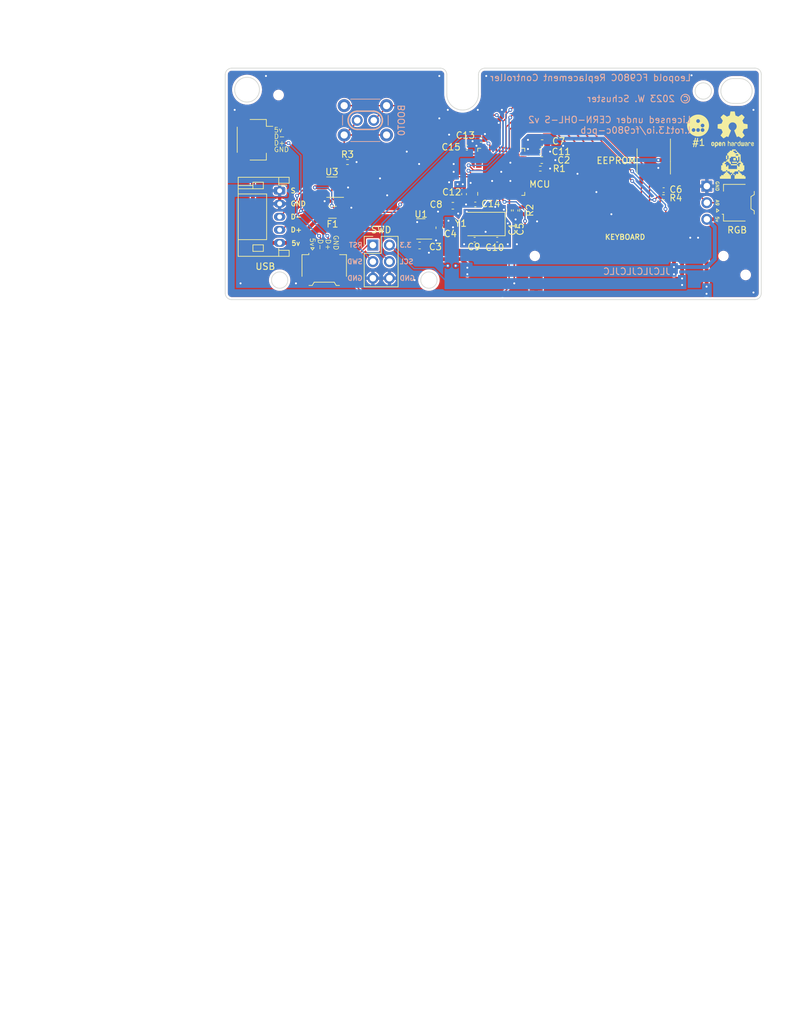
<source format=kicad_pcb>
(kicad_pcb (version 20211014) (generator pcbnew)
  (title_block (title "Leopold FC980C Replacement Controller") (rev "2") (company "Wilhelm Schuster") (comment 1 "Licensed under CERN-OHL-S V2"))
  (layers (0 "F.Cu" mixed) (31 "B.Cu" mixed) (34 "B.Paste" user) (35 "F.Paste" user) (36 "B.SilkS" user "B.Silkscreen") (37 "F.SilkS" user "F.Silkscreen") (38 "B.Mask" user) (39 "F.Mask" user) (44 "Edge.Cuts" user))
  (net 0 "")
  (net 1 "GND")
  (net 2 "VDDA")
  (net 3 "+5V")
  (net 4 "XTAL_IN")
  (net 5 "VBUS")
  (net 6 "~{RESET}")
  (net 7 "SWDIO")
  (net 8 "SWCLK")
  (net 9 "D_USB_P")
  (net 10 "D_USB_N")
  (net 11 "FG")
  (net 12 "KEY_HYS")
  (net 13 "KEY_STATE")
  (net 14 "I2C_SCL")
  (net 15 "I2C_SDA")
  (net 16 "COL_BIT3")
  (net 17 "COL_BIT2")
  (net 18 "COL_BIT1")
  (net 19 "COL_BIT0")
  (net 20 "ROW_BIT2")
  (net 21 "ROW_BIT1")
  (net 22 "ROW_BIT0")
  (net 23 "KEY_ENABLE")
  (net 24 "LED_NUM")
  (net 25 "LED_CAPS")
  (net 26 "LED_SCRL")
  (net 27 "D_P")
  (net 28 "BOOT0")
  (net 29 "D_N")
  (net 31 "XTAL_OUT")
  (net 43 "/BOOT1")
  (net 45 "/VCAP1")
  (net 46 "unconnected-(U2-Pad30)")
  (footprint "Symbol:OSHW-Logo2_7.3x6mm_SilkScreen" (layer "F.Cu") (at 152.6 44.9)
    (fp_text reference "LOGO1" hide)
    (fp_text value "Logo_Open_Hardware_Small" hide)
  )
  (footprint "Capacitor_SMD:C_0603_1608Metric" (layer "F.Cu") (at 109.675 56.6)
    (fp_text reference "C8")
    (fp_text value "1uF")
  )
  (footprint "Capacitor_SMD:C_0402_1005Metric" (layer "F.Cu") (at 113.02 61.8 180)
    (fp_text reference "C9")
    (fp_text value "20pF")
  )
  (footprint "additional:JLC_tooling_hole" (layer "F.Cu") (at 82.931 39.624)
    (fp_text reference "H2" hide)
    (fp_text value "JLC tooling hole")
  )
  (footprint "Capacitor_SMD:C_0603_1608Metric" (layer "F.Cu") (at 107.6 59.975 -90)
    (fp_text reference "C4")
    (fp_text value "1uF")
  )
  (footprint "Connector_PinHeader_2.54mm:PinHeader_1x03_P2.54mm_Vertical" (layer "F.Cu") (at 148.646 53.594)
    (fp_text reference "J6" hide)
    (fp_text value "PinHeader_1x03_P2.54mm_Vertical" hide)
  )
  (footprint "Resistor_SMD:R_0402_1005Metric" (layer "F.Cu") (at 93.51 49.9)
    (fp_text reference "R3")
    (fp_text value "10k")
  )
  (footprint "Crystal:Crystal_SMD_5032-2Pin_5.0x3.2mm" (layer "F.Cu") (at 114.65 59.4 180)
    (fp_text reference "Y1")
    (fp_text value "8MHz Cl 20pF")
  )
  (footprint "additional:JLC_tooling_hole" (layer "F.Cu") (at 154.6 67.2)
    (fp_text reference "H1" hide)
    (fp_text value "JLC tooling hole")
  )
  (footprint "Capacitor_SMD:C_0402_1005Metric" (layer "F.Cu") (at 113.98 46.5)
    (fp_text reference "C13")
    (fp_text value "100nF")
  )
  (footprint "Package_TO_SOT_SMD:SOT-23" (layer "F.Cu") (at 104.7625 60.15 180)
    (fp_text reference "U1")
    (fp_text value "XC6206P332MR")
  )
  (footprint "Connector_PinHeader_2.54mm:PinHeader_2x03_P2.54mm_Vertical" (layer "F.Cu") (at 97.404 62.626)
    (fp_text reference "SWD")
    (fp_text value "PinHeader_2x03_P2.54mm_Vertical")
  )
  (footprint "Capacitor_SMD:C_0402_1005Metric" (layer "F.Cu") (at 142.02 54.2 180)
    (fp_text reference "C6")
    (fp_text value "100nF")
  )
  (footprint "Connector_Molex:Molex_Pico-EZmate_78171-0004_1x04-1MP_P1.20mm_Vertical" (layer "F.Cu") (at 89.938 66.189)
    (fp_text reference "J1" hide)
    (fp_text value "Molex_Pico-EZmate_78171-0004_1x04-1MP_P1.20mm_Vertical" hide)
  )
  (footprint "Capacitor_SMD:C_0402_1005Metric" (layer "F.Cu") (at 118.3 57.32 -90)
    (fp_text reference "C1")
    (fp_text value "1uF")
  )
  (footprint "Connector_JST:JST_SH_SM04B-SRSS-TB_1x04-1MP_P1.00mm_Horizontal" (layer "F.Cu") (at 79.274 46.482 -90)
    (fp_text reference "J4" hide)
    (fp_text value "JST_SH_SM04B-SRSS-TB_1x04-1MP_P1.00mm_Horizontal" hide)
  )
  (footprint "Capacitor_SMD:C_0402_1005Metric" (layer "F.Cu") (at 111.4 54.82 -90)
    (fp_text reference "C12")
    (fp_text value "100nF")
  )
  (footprint "Capacitor_SMD:C_0603_1608Metric" (layer "F.Cu") (at 123.375 47)
    (fp_text reference "C7")
    (fp_text value "10uF")
  )
  (footprint "Capacitor_SMD:C_0402_1005Metric" (layer "F.Cu") (at 113.12 56.4 180)
    (fp_text reference "C14")
    (fp_text value "100nF")
  )
  (footprint "Resistor_SMD:R_0402_1005Metric" (layer "F.Cu") (at 120.3 57.31 -90)
    (fp_text reference "R2")
    (fp_text value "10k")
  )
  (footprint "Capacitor_SMD:C_0603_1608Metric" (layer "F.Cu") (at 104.575 62.7)
    (fp_text reference "C3")
    (fp_text value "1uF")
  )
  (footprint "Capacitor_SMD:C_0402_1005Metric" (layer "F.Cu") (at 116.48 61.8)
    (fp_text reference "C10")
    (fp_text value "20pF")
  )
  (footprint "Capacitor_SMD:C_0402_1005Metric" (layer "F.Cu") (at 119.3 57.32 -90)
    (fp_text reference "C5")
    (fp_text value "100nF")
  )
  (footprint "Fuse:Fuse_1206_3216Metric" (layer "F.Cu") (at 91.2 57.6 180)
    (fp_text reference "F1")
    (fp_text value "500mA")
  )
  (footprint "Connector_Molex:Molex_Pico-EZmate_78171-0003_1x03-1MP_P1.20mm_Vertical" (layer "F.Cu") (at 153.289 56.134 90)
    (fp_text reference "J5" hide)
    (fp_text value "Molex_Pico-EZmate_78171-0003_1x03-1MP_P1.20mm_Vertical" hide)
  )
  (footprint "Package_TO_SOT_SMD:SOT-23-6" (layer "F.Cu") (at 91.1125 53.75 180)
    (fp_text reference "U3")
    (fp_text value "USBLC6-2SC6")
  )
  (footprint "Capacitor_SMD:C_0402_1005Metric" (layer "F.Cu") (at 123.08 48.3)
    (fp_text reference "C11")
    (fp_text value "100nF")
  )
  (footprint "Connector_PinHeader_2.54mm:PinHeader_1x02_P2.54mm_Vertical" (layer "F.Cu") (at 95 43.5 90)
    (fp_text reference "SW1" hide)
    (fp_text value "PinHeader_1x02_P2.54mm_Vertical" hide)
  )
  (footprint "Capacitor_SMD:C_0603_1608Metric" (layer "F.Cu") (at 123.325 49.6)
    (fp_text reference "C2")
    (fp_text value "4.7uF")
  )
  (footprint "LOGO" (layer "F.Cu") (at 152.6 50.038)
    (fp_text reference "G***" hide)
    (fp_text value "LOGO" hide)
  )
  (footprint "Connector_JST:JST_PH_S5B-PH-K_1x05_P2.00mm_Horizontal" (layer "F.Cu") (at 83.1 54.293 -90)
    (fp_text reference "J2" hide)
    (fp_text value "USB")
  )
  (footprint "Package_SO:SOIC-8_3.9x4.9mm_P1.27mm" (layer "F.Cu") (at 140.5 49.8 -90)
    (fp_text reference "U4" hide)
    (fp_text value "M24C64-RMN6TP")
  )
  (footprint "additional:HRS_DF14_20P" (layer "F.Cu") (at 136.1 66.7 180)
    (fp_text reference "J3")
    (fp_text value "KEYBOARD")
  )
  (footprint "additional:logo" (layer "F.Cu") (at 147.3 44.3)
    (fp_text reference "G***" hide)
    (fp_text value "LOGO" hide)
  )
  (footprint "Resistor_SMD:R_0402_1005Metric" (layer "F.Cu") (at 123.09 50.9)
    (fp_text reference "R1")
    (fp_text value "10k")
  )
  (footprint "Resistor_SMD:R_0402_1005Metric" (layer "F.Cu") (at 141.99 55.3 180)
    (fp_text reference "R4")
    (fp_text value "10k")
  )
  (footprint "Package_DFN_QFN:QFN-48-1EP_7x7mm_P0.5mm_EP5.6x5.6mm" (layer "F.Cu") (at 117.1 51.4 90)
    (fp_text reference "U2" hide)
    (fp_text value "STM32F401CBUx")
  )
  (footprint "Capacitor_SMD:C_0402_1005Metric" (layer "F.Cu") (at 111.82 47.7 180)
    (fp_text reference "C15")
    (fp_text value "100nF")
  )
  (footprint "Button_Switch_THT:SW_PUSH_6mm" (layer "B.Cu") (at 99.5 41.25 180)
    (fp_text reference "SW1")
    (fp_text value "BOOT0")
  )
  (gr_circle (center 106 68) (end 107.25 68) (layer "Edge.Cuts") (width 0.1) (fill none))
  (gr_line (start 107.75 35.5) (end 75.75 35.5) (layer "Edge.Cuts") (width 0.1))
  (gr_arc (start 74.75 36.5) (mid 75.042894 35.792894) (end 75.75 35.5) (layer "Edge.Cuts") (width 0.1))
  (gr_circle (center 78.1 38.8) (end 80 38.8) (layer "Edge.Cuts") (width 0.1) (fill none))
  (gr_line (start 108.75 36.5) (end 108.75 39.5) (layer "Edge.Cuts") (width 0.1))
  (gr_line (start 75.75 71) (end 156 71) (layer "Edge.Cuts") (width 0.1))
  (gr_arc (start 156 35.5) (mid 156.720001 35.779999) (end 157 36.5) (layer "Edge.Cuts") (width 0.1))
  (gr_arc (start 157 70) (mid 156.707107 70.707107) (end 156 71) (layer "Edge.Cuts") (width 0.1))
  (gr_circle (center 83.1 68) (end 84.35 68) (layer "Edge.Cuts") (width 0.1) (fill none))
  (gr_line (start 153.7 40.9) (end 152.7 40.9) (layer "Edge.Cuts") (width 0.1))
  (gr_arc (start 75.75 71) (mid 75.042893 70.707107) (end 74.75 70) (layer "Edge.Cuts") (width 0.1))
  (gr_line (start 74.75 36.5) (end 74.75 70) (layer "Edge.Cuts") (width 0.1))
  (gr_arc (start 113.6 36.5) (mid 113.892893 35.792893) (end 114.6 35.5) (layer "Edge.Cuts") (width 0.1))
  (gr_arc (start 107.75 35.5) (mid 108.457107 35.792893) (end 108.75 36.5) (layer "Edge.Cuts") (width 0.1))
  (gr_line (start 152.7 37.1) (end 153.7 37.1) (layer "Edge.Cuts") (width 0.1))
  (gr_arc (start 152.7 40.9) (mid 150.8 39) (end 152.7 37.1) (layer "Edge.Cuts") (width 0.1))
  (gr_circle (center 148.1 39) (end 149.35 39) (layer "Edge.Cuts") (width 0.1) (fill none))
  (gr_arc (start 153.7 37.1) (mid 155.6 39) (end 153.7 40.9) (layer "Edge.Cuts") (width 0.1))
  (gr_line (start 114.6 35.5) (end 156 35.5) (layer "Edge.Cuts") (width 0.1))
  (gr_line (start 113.6 39.5) (end 113.6 36.5) (layer "Edge.Cuts") (width 0.1))
  (gr_arc (start 113.6 39.5) (mid 111.175 41.925) (end 108.75 39.5) (layer "Edge.Cuts") (width 0.1))
  (gr_line (start 157 70) (end 157 36.5) (layer "Edge.Cuts") (width 0.1))
  (gr_text "SCL" (at 101.433 65.166) (layer "B.SilkS") (effects (font (size 0.75 0.75)) (justify right mirror)))
  (gr_text "Leopold FC980C Replacement Controller\n\n© 2023 W. Schuster\n\nLicensed under CERN-OHL-S v2\nl.rot13.io/fc980c-pcb" (at 146.3 41) (layer "B.SilkS") (effects (font (size 1 1)) (justify left mirror)))
  (gr_text "3.3\n" (at 101.433 62.626) (layer "B.SilkS") (effects (font (size 0.75 0.75)) (justify right mirror)))
  (gr_text "RST\n" (at 95.9 62.626) (layer "B.SilkS") (effects (font (size 0.75 0.75)) (justify left mirror)))
  (gr_text "SWD" (at 95.9 65.166) (layer "B.SilkS") (effects (font (size 0.75 0.75)) (justify left mirror)))
  (gr_text "GND" (at 95.9 67.706) (layer "B.SilkS") (effects (font (size 0.75 0.75)) (justify left mirror)))
  (gr_text "JLCJLCJLCJLC" (at 143.129 66.675) (layer "B.SilkS") (effects (font (size 1 1)) (justify left mirror)))
  (gr_text "GND" (at 101.433 67.706) (layer "B.SilkS") (effects (font (size 0.75 0.75)) (justify right mirror)))
  (gr_text "#1" (at 147.4 46.9) (layer "F.SilkS") (effects (font (size 1 1))))
  (gr_text "5v" (at 84.836 62.356) (layer "F.SilkS") (effects (font (size 0.75 0.75)) (justify left)))
  (gr_text "D-" (at 89.338 63.468 270) (layer "F.SilkS") (effects (font (size 0.75 0.75) (thickness 0.1)) (justify right)))
  (gr_text "GND" (at 91.738 63.468 270) (layer "F.SilkS") (effects (font (size 0.75 0.75) (thickness 0.1)) (justify right)))
  (gr_text "D-" (at 84.709 58.293) (layer "F.SilkS") (effects (font (size 0.75 0.75)) (justify left)))
  (gr_text "GND" (at 82.169 47.982) (layer "F.SilkS") (effects (font (size 0.75 0.75) (thickness 0.1)) (justify left)))
  (gr_text "RGB" (at 153.289 60.325) (layer "F.SilkS") (effects (font (size 1 1))))
  (gr_text "5v" (at 82.169 44.982) (layer "F.SilkS") (effects (font (size 0.75 0.75) (thickness 0.1)) (justify left)))
  (gr_text "A9" (at 150.241 56.134 270) (layer "F.SilkS") (effects (font (size 0.5 0.5) (thickness 0.1))))
  (gr_text "5v" (at 150.241 58.674 270) (layer "F.SilkS") (effects (font (size 0.5 0.5) (thickness 0.1))))
  (gr_text "D+" (at 84.709 60.293) (layer "F.SilkS") (effects (font (size 0.75 0.75)) (justify left)))
  (gr_text "GND" (at 150.241 53.594 270) (layer "F.SilkS") (effects (font (size 0.5 0.5) (thickness 0.1))))
  (gr_text "5v" (at 88.138 61.468 270) (layer "F.SilkS") (effects (font (size 0.75 0.75) (thickness 0.1)) (justify left)))
  (gr_text "GND" (at 84.709 56.293) (layer "F.SilkS") (effects (font (size 0.75 0.75)) (justify left)))
  (gr_text "D-" (at 82.169 45.982) (layer "F.SilkS") (effects (font (size 0.75 0.75) (thickness 0.1)) (justify left)))
  (gr_text "S" (at 84.709 54.293) (layer "F.SilkS") (effects (font (size 0.75 0.75)) (justify left)))
  (gr_text "D+" (at 90.538 63.468 270) (layer "F.SilkS") (effects (font (size 0.75 0.75) (thickness 0.1)) (justify right)))
  (gr_text "D+" (at 82.169 46.982) (layer "F.SilkS") (effects (font (size 0.75 0.75) (thickness 0.1)) (justify left)))
  (segment (start 147.35 61.55) (end 147.3 61.5) (width 0.6) (layer "F.Cu") (net 1))
  (segment (start 115.7 51.4) (end 117.1 51.4) (width 0.25) (layer "F.Cu") (net 1))
  (segment (start 141.135 53.795) (end 141.54 54.2) (width 0.2) (layer "F.Cu") (net 1))
  (segment (start 117.1 51.4) (end 118.5 50) (width 0.25) (layer "F.Cu") (net 1))
  (segment (start 92.25 53.75) (end 93.55 53.75) (width 0.6) (layer "F.Cu") (net 1))
  (segment (start 115.7 51.4) (end 114.85 50.55) (width 0.25) (layer "F.Cu") (net 1))
  (segment (start 141.135 52.275) (end 141.135 53.795) (width 0.2) (layer "F.Cu") (net 1))
  (segment (start 103.9 65.8) (end 101.994 67.706) (width 0.25) (layer "F.Cu") (net 1))
  (segment (start 114.85 53.65) (end 113.6625 53.65) (width 0.25) (layer "F.Cu") (net 1))
  (segment (start 117.1 51.4) (end 117.85 52.15) (width 0.25) (layer "F.Cu") (net 1))
  (segment (start 146.1 63.2) (end 146.1 61.5) (width 0.6) (layer "F.Cu") (net 1))
  (segment (start 147.35 63.2) (end 147.35 61.55) (width 0.6) (layer "F.Cu") (net 1))
  (segment (start 117.85 52.15) (end 117.85 54.8375) (width 0.25) (layer "F.Cu") (net 1))
  (segment (start 108.9 65.8) (end 110.1 65.8) (width 0.25) (layer "F.Cu") (net 1))
  (segment (start 114.85 50.55) (end 114.85 47.9625) (width 0.25) (layer "F.Cu") (net 1))
  (segment (start 108.9 65.8) (end 103.9 65.8) (width 0.25) (layer "F.Cu") (net 1))
  (segment (start 115.7 52.8) (end 114.85 53.65) (width 0.25) (layer "F.Cu") (net 1))
  (segment (start 99.944 67.706) (end 97.404 67.706) (width 0.25) (layer "F.Cu") (net 1))
  (segment (start 115.7 52.8) (end 115.7 51.4) (width 0.25) (layer "F.Cu") (net 1))
  (segment (start 101.994 67.706) (end 99.944 67.706) (width 0.25) (layer "F.Cu") (net 1))
  (segment (start 119.35 49.15) (end 120.5375 49.15) (width 0.25) (layer "F.Cu") (net 1))
  (segment (start 93.55 53.75) (end 93.6 53.8) (width 0.6) (layer "F.Cu") (net 1))
  (segment (start 118.5 50) (end 119.35 49.15) (width 0.25) (layer "F.Cu") (net 1))
  (via (at 102.6 48.3) (size 0.6) (drill 0.3) (layers "F.Cu" "B.Cu") (net 1))
  (via (at 98.5 52.4) (size 0.6) (drill 0.3) (layers "F.Cu" "B.Cu") (net 1))
  (via (at 106 63.8) (size 0.6) (drill 0.3) (layers "F.Cu" "B.Cu") (net 1))
  (via (at 124.6 48.3) (size 0.6) (drill 0.3) (layers "F.Cu" "B.Cu") (net 1))
  (via (at 118.5 50) (size 0.6) (drill 0.3) (layers "F.Cu" "B.Cu") (net 1))
  (via (at 85.6 68.5) (size 0.6) (drill 0.3) (layers "F.Cu" "B.Cu") (net 1))
  (via (at 117.1 51.4) (size 0.6) (drill 0.3) (layers "F.Cu" "B.Cu") (net 1))
  (via (at 94.1 56.9) (size 0.6) (drill 0.3) (layers "F.Cu" "B.Cu") (net 1))
  (via (at 107.6 36.7) (size 0.6) (drill 0.3) (layers "F.Cu" "B.Cu") (net 1))
  (via (at 109.1 53) (size 0.6) (drill 0.3) (layers "F.Cu" "B.Cu") (net 1))
  (via (at 107.1 61.9) (size 0.6) (drill 0.3) (layers "F.Cu" "B.Cu") (net 1))
  (via (at 114.6 45.6) (size 0.6) (drill 0.3) (layers "F.Cu" "B.Cu") (net 1))
  (via (at 155.8 69.9) (size 0.6) (drill 0.3) (layers "F.Cu" "B.Cu") (net 1))
  (via (at 147.3 61.5) (size 0.6) (drill 0.3) (layers "F.Cu" "B.Cu") (net 1))
  (via (at 124.6 50.9) (size 0.6) (drill 0.3) (layers "F.Cu" "B.Cu") (net 1))
  (via (at 146.3 36.6) (size 0.6) (drill 0.3) (layers "F.Cu" "B.Cu") (net 1))
  (via (at 76.2 41.9) (size 0.6) (drill 0.3) (layers "F.Cu" "B.Cu") (net 1))
  (via (at 90 55.9) (size 0.6) (drill 0.3) (layers "F.Cu" "B.Cu") (net 1))
  (via (at 108.9 65.8) (size 0.6) (drill 0.3) (layers "F.Cu" "B.Cu") (net 1))
  (via (at 116.176089 56.776089) (size 0.6) (drill 0.3) (layers "F.Cu" "B.Cu") (net 1))
  (via (at 77.1 68.5) (size 0.6) (drill 0.3) (layers "F.Cu" "B.Cu") (net 1))
  (via (at 93.6 53.8) (size 0.6) (drill 0.3) (layers "F.Cu" "B.Cu") (net 1))
  (via (at 118.1 62.5) (size 0.6) (drill 0.3) (layers "F.Cu" "B.Cu") (net 1))
  (via (at 117.2 41.9) (size 0.6) (drill 0.3) (layers "F.Cu" "B.Cu") (net 1))
  (via (at 146.1 61.5) (size 0.6) (drill 0.3) (layers "F.Cu" "B.Cu") (net 1))
  (via (at 104.2 59.1) (size 0.6) (drill 0.3) (layers "F.Cu" "B.Cu") (net 1))
  (via (at 116.708411 43.891589) (size 0.6) (drill 0.3) (layers "F.Cu" "B.Cu") (net 1))
  (via (at 94.9 49.9) (size 0.6) (drill 0.3) (layers "F.Cu" "B.Cu") (net 1))
  (via (at 112.4 53.1) (size 0.6) (drill 0.3) (layers "F.Cu" "B.Cu") (net 1))
  (via (at 117.5 57.2) (size 0.6) (drill 0.3) (layers "F.Cu" "B.Cu") (net 1))
  (via (at 103.8 68) (size 0.6) (drill 0.3) (layers "F.Cu" "B.Cu") (net 1))
  (via (at 118.5 52.8) (size 0.6) (drill 0.3) (layers "F.Cu" "B.Cu") (net 1))
  (via (at 107.4 57.5) (size 0.6) (drill 0.3) (layers "F.Cu" "B.Cu") (net 1))
  (via (at 119.3 58.7) (size 0.6) (drill 0.3) (layers "F.Cu" "B.Cu") (net 1))
  (via (at 141.2 50.8) (size 0.6) (drill 0.3) (layers "F.Cu" "B.Cu") (net 1))
  (via (at 115.7 52.8) (size 0.6) (drill 0.3) (layers "F.Cu" "B.Cu") (net 1))
  (via (at 128.8 51.7) (size 0.6) (drill 0.3) (layers "F.Cu" "B.Cu") (net 1))
  (via (at 110.1 65.8) (size 0.6) (drill 0.3) (layers "F.Cu" "B.Cu") (net 1))
  (via (at 111.4 62.5) (size 0.6) (drill 0.3) (layers "F.Cu" "B.Cu") (net 1))
  (via (at 125.4 49.6) (size 0.6) (drill 0.3) (layers "F.Cu" "B.Cu") (net 1))
  (via (at 111.7 56.4) (size 0.6) (drill 0.3) (layers "F.Cu" "B.Cu") (net 1))
  (via (at 104.5 50.2) (size 0.6) (drill 0.3) (layers "F.Cu" "B.Cu") (net 1))
  (via (at 107.6 43.2) (size 0.6) (drill 0.3) (layers "F.Cu" "B.Cu") (net 1))
  (via (at 109.8 51.4) (size 0.6) (drill 0.3) (layers "F.Cu" "B.Cu") (net 1))
  (via (at 122.6 59) (size 0.6) (drill 0.3) (layers "F.Cu" "B.Cu") (net 1))
  (via (at 114.8 36.7) (size 0.6) (drill 0.3) (layers "F.Cu" "B.Cu") (net 1))
  (via (at 118.1 59.3) (size 0.6) (drill 0.3) (layers "F.Cu" "B.Cu") (net 1))
  (via (at 155.8 41.9) (size 0.6) (drill 0.3) (layers "F.Cu" "B.Cu") (net 1))
  (via (at 110.5 57.8) (size 0.6) (drill 0.3) (layers "F.Cu" "B.Cu") (net 1))
  (via (at 109.8 50.2) (size 0.6) (drill 0.3) (layers "F.Cu" "B.Cu") (net 1))
  (via (at 81 36.7) (size 0.6) (drill 0.3) (layers "F.Cu" "B.Cu") (net 1))
  (via (at 111.8 57.5) (size 0.6) (drill 0.3) (layers "F.Cu" "B.Cu") (net 1))
  (via (at 131.7 54.5) (size 0.6) (drill 0.3) (layers "F.Cu" "B.Cu") (net 1))
  (via (at 114.7 60.6) (size 0.6) (drill 0.3) (layers "F.Cu" "B.Cu") (net 1))
  (via (at 126.6 47.4) (size 0.6) (drill 0.3) (layers "F.Cu" "B.Cu") (net 1))
  (via (at 109.1 45.7) (size 0.6) (drill 0.3) (layers "F.Cu" "B.Cu") (net 1))
  (via (at 108.9 41.9) (size 0.6) (drill 0.3) (layers "F.Cu" "B.Cu") (net 1))
  (via (at 99.6 55) (size 0.6) (drill 0.3) (layers "F.Cu" "B.Cu") (net 1))
  (via (at 134 57.9) (size 0.6) (drill 0.3) (layers "F.Cu" "B.Cu") (net 1))
  (via (at 119.5 62.5) (size 0.6) (drill 0.3) (layers "F.Cu" "B.Cu") (net 1))
  (via (at 113.5 41.9) (size 0.6) (drill 0.3) (layers "F.Cu" "B.Cu") (net 1))
  (segment (start 116.1 56.7) (end 116.1 55.1) (width 0.6) (layer "B.Cu") (net 1))
  (segment (start 116.176089 56.776089) (end 116.1 56.7) (width 0.6) (layer "B.Cu") (net 1))
  (segment (start 108.2 42.7) (end 116.4 42.7) (width 0.2) (layer "F.Cu") (net 2))
  (segment (start 121.5 62.8) (end 119.1 65.2) (width 0.25) (layer "F.Cu") (net 2))
  (segment (start 114.35 54.8375) (end 114.35 55.65) (width 0.25) (layer "F.Cu") (net 2))
  (segment (start 113.6625 54.15) (end 112.75 54.15) (width 0.25) (layer "F.Cu") (net 2))
  (segment (start 93 41.25) (end 99.5 41.25) (width 0.2) (layer "F.Cu") (net 2))
  (segment (start 142.5 49.6) (end 144.85 51.95) (width 0.6) (layer "F.Cu") (net 2))
  (segment (start 120.26 56.84) (end 120.3 56.8) (width 0.25) (layer "F.Cu") (net 2))
  (segment (start 118.35 54.8375) (end 118.35 56.79) (width 0.25) (layer "F.Cu") (net 2))
  (segment (start 120.3 56.8) (end 120.7 56.8) (width 0.25) (layer "F.Cu") (net 2))
  (segment (start 118.35 56.79) (end 118.3 56.84) (width 0.25) (layer "F.Cu") (net 2))
  (segment (start 106.75 41.25) (end 108.2 42.7) (width 0.2) (layer "F.Cu") (net 2))
  (segment (start 99.5 41.54) (end 99.5 41.25) (width 0.2) (layer "F.Cu") (net 2))
  (segment (start 141.2 49.6) (end 142.5 49.6) (width 0.6) (layer "F.Cu") (net 2))
  (segment (start 121.5 57.6) (end 121.5 62.8) (width 0.25) (layer "F.Cu") (net 2))
  (segment (start 118.3 56.84) (end 119.3 56.84) (width 0.25) (layer "F.Cu") (net 2))
  (segment (start 119.3 56.84) (end 120.26 56.84) (width 0.25) (layer "F.Cu") (net 2))
  (segment (start 97.54 43.5) (end 99.5 41.54) (width 0.2) (layer "F.Cu") (net 2))
  (segment (start 99.5 41.25) (end 106.75 41.25) (width 0.2) (layer "F.Cu") (net 2))
  (segment (start 144.85 51.95) (end 144.85 63.2) (width 0.6) (layer "F.Cu") (net 2))
  (segment (start 144.85 68.75) (end 144.85 63.2) (width 0.6) (layer "F.Cu") (net 2))
  (segment (start 114.35 55.65) (end 113.6 56.4) (width 0.25) (layer "F.Cu") (net 2))
  (segment (start 119.1 65.2) (end 119.1 68.5) (width 0.25) (layer "F.Cu") (net 2))
  (segment (start 120.7 56.8) (end 121.5 57.6) (width 0.25) (layer "F.Cu") (net 2))
  (via (at 119.1 68.5) (size 0.6) (drill 0.3) (layers "F.Cu" "B.Cu") (net 2))
  (via (at 113.3 47.4) (size 0.6) (drill 0.3) (layers "F.Cu" "B.Cu") (net 2))
  (via (at 144.85 68.75) (size 0.6) (drill 0.3) (layers "F.Cu" "B.Cu") (net 2))
  (via (at 110.4 53.3) (size 0.6) (drill 0.3) (layers "F.Cu" "B.Cu") (net 2))
  (via (at 109.7 59.9) (size 0.6) (drill 0.3) (layers "F.Cu" "B.Cu") (net 2))
  (via (at 112.7 46.7) (size 0.6) (drill 0.3) (layers "F.Cu" "B.Cu") (net 2))
  (via (at 144.85 67.75) (size 0.6) (drill 0.3) (layers "F.Cu" "B.Cu") (net 2))
  (via (at 109 58.9) (size 0.6) (drill 0.3) (layers "F.Cu" "B.Cu") (net 2))
  (via (at 121.2 46.5) (size 0.6) (drill 0.3) (layers "F.Cu" "B.Cu") (net 2))
  (via (at 141.2 49.6) (size 0.6) (drill 0.3) (layers "F.Cu" "B.Cu") (net 2))
  (via (at 121.2 47.9) (size 0.6) (drill 0.3) (layers "F.Cu" "B.Cu") (net 2))
  (via (at 111.2 53.3) (size 0.6) (drill 0.3) (layers "F.Cu" "B.Cu") (net 2))
  (via (at 116.4 42.7) (size 0.6) (drill 0.3) (layers "F.Cu" "B.Cu") (net 2))
  (segment (start 115.333274 49.4) (end 115.3 49.4) (width 0.25) (layer "B.Cu") (net 2))
  (segment (start 141.2 49.6) (end 136.1 49.6) (width 0.6) (layer "B.Cu") (net 2))
  (segment (start 117.375 43.675) (end 117.375 47.358274) (width 0.25) (layer "B.Cu") (net 2))
  (segment (start 116.4 42.7) (end 117.375 43.675) (width 0.25) (layer "B.Cu") (net 2))
  (segment (start 117.375 47.358274) (end 115.333274 49.4) (width 0.25) (layer "B.Cu") (net 2))
  (segment (start 132.8 46.3) (end 124.2 46.3) (width 0.6) (layer "B.Cu") (net 2))
  (segment (start 106.737341 66.24124) (end 108.996101 68.5) (width 0.2) (layer "B.Cu") (net 2))
  (segment (start 103.70624 66.24124) (end 106.737341 66.24124) (width 0.2) (layer "B.Cu") (net 2))
  (segment (start 136.1 49.6) (end 132.8 46.3) (width 0.6) (layer "B.Cu") (net 2))
  (segment (start 99.944 62.626) (end 100.091 62.626) (width 0.2) (layer "B.Cu") (net 2))
  (segment (start 108.996101 68.5) (end 119.1 68.5) (width 0.2) (layer "B.Cu") (net 2))
  (segment (start 100.091 62.626) (end 103.70624 66.24124) (width 0.2) (layer "B.Cu") (net 2))
  (segment (start 143.6 63.2) (end 143.6 56.4) (width 0.6) (layer "F.Cu") (net 3))
  (segment (start 92.6 57.6) (end 92.1 57.6) (width 0.2) (layer "F.Cu") (net 3))
  (segment (start 104.6 64.8) (end 111 64.8) (width 0.6) (layer "F.Cu") (net 3))
  (segment (start 88.55 53.75) (end 88.5 53.8) (width 0.6) (layer "F.Cu") (net 3))
  (segment (start 142.5 54.2) (end 142.5 52.37) (width 0.6) (layer "F.Cu") (net 3))
  (segment (start 150.074 58.674) (end 151.414 57.334) (width 0.6) (layer "F.Cu") (net 3))
  (segment (start 103.825 60.15) (end 103.825 62.675) (width 0.6) (layer "F.Cu") (net 3))
  (segment (start 111.9 65.7) (end 111.9 66.1) (width 0.6) (layer "F.Cu") (net 3))
  (segment (start 95.15 60.15) (end 103.825 60.15) (width 0.6) (layer "F.Cu") (net 3))
  (segment (start 103.825 62.675) (end 103.8 62.7) (width 0.6) (layer "F.Cu") (net 3))
  (segment (start 111 64.8) (end 111.9 65.7) (width 0.6) (layer "F.Cu") (net 3))
  (segment (start 103.8 62.7) (end 103.8 64) (width 0.6) (layer "F.Cu") (net 3))
  (segment (start 143.6 56.4) (end 142.5 55.3) (width 0.6) (layer "F.Cu") (net 3))
  (segment (start 92.1 57.6) (end 91.1 56.6) (width 0.2) (layer "F.Cu") (net 3))
  (segment (start 92.6 57.6) (end 95.15 60.15) (width 0.6) (layer "F.Cu") (net 3))
  (segment (start 143.6 63.2) (end 143.6 67.1) (width 0.6) (layer "F.Cu") (net 3))
  (segment (start 89.975 53.75) (end 88.55 53.75) (width 0.6) (layer "F.Cu") (net 3))
  (segment (start 148.646 58.674) (end 150.074 58.674) (width 0.6) (layer "F.Cu") (net 3))
  (segment (start 111.9 66.1) (end 111.9 67.1) (width 0.6) (layer "F.Cu") (net 3))
  (segment (start 103.8 64) (end 104.6 64.8) (width 0.6) (layer "F.Cu") (net 3))
  (segment (start 142.5 52.37) (end 142.405 52.275) (width 0.6) (layer "F.Cu") (net 3))
  (segment (start 142.5 55.3) (end 142.5 54.2) (width 0.6) (layer "F.Cu") (net 3))
  (via (at 91.1 56.6) (size 0.6) (drill 0.3) (layers "F.Cu" "B.Cu") (net 3))
  (via (at 111.9 66.1) (size 0.6) (drill 0.3) (layers "F.Cu" "B.Cu") (net 3))
  (via (at 88.5 53.8) (size 0.6) (drill 0.3) (layers "F.Cu" "B.Cu") (net 3))
  (via (at 143.6 67.1) (size 0.6) (drill 0.3) (layers "F.Cu" "B.Cu") (net 3))
  (via (at 111.9 67.1) (size 0.6) (drill 0.3) (layers "F.Cu" "B.Cu") (net 3))
  (via (at 143.6 66) (size 0.6) (drill 0.3) (layers "F.Cu" "B.Cu") (net 3))
  (segment (start 91.1 54.5) (end 90.4 53.8) (width 0.2) (layer "B.Cu") (net 3))
  (segment (start 149.86 59.888) (end 149.86 64.77) (width 0.6) (layer "B.Cu") (net 3))
  (segment (start 149.86 64.77) (end 148.63 66) (width 0.6) (layer "B.Cu") (net 3))
  (segment (start 91.1 56.6) (end 91.1 54.5) (width 0.2) (layer "B.Cu") (net 3))
  (segment (start 90.4 53.8) (end 88.5 53.8) (width 0.2) (layer "B.Cu") (net 3))
  (segment (start 148.63 66) (end 143.6 66) (width 0.6) (layer "B.Cu") (net 3))
  (segment (start 148.646 58.674) (end 149.86 59.888) (width 0.6) (layer "B.Cu") (net 3))
  (segment (start 116.35 55.287652) (end 112.9 58.737652) (width 0.2) (layer "F.Cu") (net 4))
  (segment (start 113.5 61.8) (end 113.5 60) (width 0.2) (layer "F.Cu") (net 4))
  (segment (start 112.9 58.737652) (end 112.9 59.4) (width 0.2) (layer "F.Cu") (net 4))
  (segment (start 113.5 60) (end 112.9 59.4) (width 0.2) (layer "F.Cu") (net 4))
  (segment (start 116.35 54.8375) (end 116.35 55.287652) (width 0.2) (layer "F.Cu") (net 4))
  (segment (start 89.8 57.774) (end 85.281 62.293) (width 0.6) (layer "F.Cu") (net 5))
  (segment (start 81.274 44.982) (end 79.859 44.982) (width 0.6) (layer "F.Cu") (net 5))
  (segment (start 86.117 62.293) (end 88.138 64.314) (width 0.6) (layer "F.Cu") (net 5))
  (segment (start 79.859 44.982) (end 78.994 45.847) (width 0.6) (layer "F.Cu") (net 5))
  (segment (start 89.8 57.6) (end 89.8 57.774) (width 0.6) (layer "F.Cu") (net 5))
  (segment (start 85.281 62.293) (end 86.117 62.293) (width 0.6) (layer "F.Cu") (net 5))
  (segment (start 78.994 45.847) (end 78.994 60.833) (width 0.6) (layer "F.Cu") (net 5))
  (segment (start 78.994 60.833) (end 80.454 62.293) (width 0.6) (layer "F.Cu") (net 5))
  (segment (start 80.454 62.293) (end 83.1 62.293) (width 0.6) (layer "F.Cu") (net 5))
  (segment (start 85.281 62.293) (end 83.1 62.293) (width 0.6) (layer "F.Cu") (net 5))
  (segment (start 120.75 62.5) (end 118.3 64.95) (width 0.2) (layer "F.Cu") (net 6))
  (segment (start 94.92 64.338) (end 96.632 62.626) (width 0.2) (layer "F.Cu") (net 6))
  (segment (start 96.008 70.1) (end 94.92 69.012) (width 0.2) (layer "F.Cu") (net 6))
  (segment (start 96.632 62.626) (end 97.404 62.626) (width 0.2) (layer "F.Cu") (net 6))
  (segment (start 117.35 55.75) (end 117.6 56) (width 0.2) (layer "F.Cu") (net 6))
  (segment (start 118.3 64.95) (end 118.3 69.1) (width 0.2) (layer "F.Cu") (net 6))
  (segment (start 117.35 54.8375) (end 117.35 55.75) (width 0.2) (layer "F.Cu") (net 6))
  (segment (start 94.92 69.012) (end 94.92 64.338) (width 0.2) (layer "F.Cu") (net 6))
  (segment (start 120.75 58.27) (end 120.3 57.82) (width 0.2) (layer "F.Cu") (net 6))
  (segment (start 118.3 69.1) (end 117.3 70.1) (width 0.2) (layer "F.Cu") (net 6))
  (segment (start 117.3 70.1) (end 96.008 70.1) (width 0.2) (layer "F.Cu") (net 6))
  (segment (start 120.75 58.95) (end 120.75 62.5) (width 0.2) (layer "F.Cu") (net 6))
  (segment (start 120.75 58.95) (end 120.75 58.27) (width 0.2) (layer "F.Cu") (net 6))
  (via (at 120.75 58.95) (size 0.6) (drill 0.3) (layers "F.Cu" "B.Cu") (net 6))
  (via (at 117.6 56) (size 0.6) (drill 0.3) (layers "F.Cu" "B.Cu") (net 6))
  (segment (start 120.75 58.95) (end 120.75 57.35) (width 0.2) (layer "B.Cu") (net 6))
  (segment (start 119.4 56) (end 117.6 56) (width 0.2) (layer "B.Cu") (net 6))
  (segment (start 120.75 57.35) (end 119.4 56) (width 0.2) (layer "B.Cu") (net 6))
  (segment (start 115.35 47.9625) (end 115.35 47.260452) (width 0.2) (layer "F.Cu") (net 7))
  (segment (start 115.35 47.260452) (end 115.145305 47.055757) (width 0.2) (layer "F.Cu") (net 7))
  (via (at 115.145305 47.055757) (size 0.6) (drill 0.3) (layers "F.Cu" "B.Cu") (net 7))
  (segment (start 115.145305 47.045305) (end 114.2 46.1) (width 0.2) (layer "B.Cu") (net 7))
  (segment (start 95.1 61.9) (end 95.1 62.862) (width 0.2) (layer "B.Cu") (net 7))
  (segment (start 95.1 62.862) (end 97.404 65.166) (width 0.2) (layer "B.Cu") (net 7))
  (segment (start 110.9 46.1) (end 95.1 61.9) (width 0.2) (layer "B.Cu") (net 7))
  (segment (start 114.2 46.1) (end 110.9 46.1) (width 0.2) (layer "B.Cu") (net 7))
  (segment (start 115.145305 47.055757) (end 115.145305 47.045305) (width 0.2) (layer "B.Cu") (net 7))
  (segment (start 101.6 56.4) (end 109.35 48.65) (width 0.2) (layer "F.Cu") (net 8))
  (segment (start 109.35 48.65) (end 113.6625 48.65) (width 0.2) (layer "F.Cu") (net 8))
  (via (at 101.6 56.4) (size 0.6) (drill 0.3) (layers "F.Cu" "B.Cu") (net 8))
  (segment (start 101.6 56.4) (end 101.6 56.5) (width 0.2) (layer "B.Cu") (net 8))
  (segment (start 101.6 56.5) (end 98.794 59.306) (width 0.2) (layer "B.Cu") (net 8))
  (segment (start 98.794 64.016) (end 99.944 65.166) (width 0.2) (layer "B.Cu") (net 8))
  (segment (start 98.794 59.306) (end 98.794 64.016) (width 0.2) (layer "B.Cu") (net 8))
  (segment (start 84.447 46.982) (end 84.455 46.99) (width 0.2) (layer "F.Cu") (net 9))
  (segment (start 83.471 60.293) (end 83.1 60.293) (width 0.2) (layer "F.Cu") (net 9))
  (segment (start 90.538 61.328) (end 90.424 61.214) (width 0.2) (layer "F.Cu") (net 9))
  (segment (start 90.538 64.314) (end 90.538 61.328) (width 0.2) (layer "F.Cu") (net 9))
  (segment (start 89.064 54.7) (end 83.471 60.293) (width 0.2) (layer "F.Cu") (net 9))
  (segment (start 81.274 46.982) (end 84.447 46.982) (width 0.2) (layer "F.Cu") (net 9))
  (segment (start 89.975 54.7) (end 89.064 54.7) (width 0.2) (layer "F.Cu") (net 9))
  (via (at 90.424 61.214) (size 0.6) (drill 0.3) (layers "F.Cu" "B.Cu") (net 9))
  (via (at 84.455 46.99) (size 0.6) (drill 0.3) (layers "F.Cu" "B.Cu") (net 9))
  (via (at 86.36 57.404) (size 0.6) (drill 0.3) (layers "F.Cu" "B.Cu") (net 9))
  (segment (start 86.614 57.404) (end 86.36 57.404) (width 0.2) (layer "B.Cu") (net 9))
  (segment (start 90.424 61.214) (end 86.614 57.404) (width 0.2) (layer "B.Cu") (net 9))
  (segment (start 84.455 46.99) (end 86.36 48.895) (width 0.2) (layer "B.Cu") (net 9))
  (segment (start 86.36 48.895) (end 86.36 57.404) (width 0.2) (layer "B.Cu") (net 9))
  (segment (start 85.7605 55.0545) (end 85.7885 55.0545) (width 0.2) (layer "F.Cu") (net 10))
  (segment (start 85.7605 55.0545) (end 85.7605 55.6325) (width 0.2) (layer "F.Cu") (net 10))
  (segment (start 84.463 45.982) (end 86.995 48.514) (width 0.2) (layer "F.Cu") (net 10))
  (segment (start 89.338 64.314) (end 89.338 61.398) (width 0.2) (layer "F.Cu") (net 10))
  (segment (start 85.7605 55.6325) (end 83.1 58.293) (width 0.2) (layer "F.Cu") (net 10))
  (segment (start 88.043 52.8) (end 86.995 53.848) (width 0.2) (layer "F.Cu") (net 10))
  (segment (start 89.975 52.8) (end 88.043 52.8) (width 0.2) (layer "F.Cu") (net 10))
  (segment (start 85.7885 55.0545) (end 86.995 53.848) (width 0.2) (layer "F.Cu") (net 10))
  (segment (start 86.995 48.514) (end 86.995 53.848) (width 0.2) (layer "F.Cu") (net 10))
  (segment (start 81.274 45.982) (end 84.463 45.982) (width 0.2) (layer "F.Cu") (net 10))
  (segment (start 89.338 61.398) (end 89.154 61.214) (width 0.2) (layer "F.Cu") (net 10))
  (via (at 85.7605 55.0545) (size 0.6) (drill 0.3) (layers "F.Cu" "B.Cu") (net 10))
  (via (at 89.154 61.214) (size 0.6) (drill 0.3) (layers "F.Cu" "B.Cu") (net 10))
  (segment (start 85.7605 57.8205) (end 89.154 61.214) (width 0.2) (layer "B.Cu") (net 10))
  (segment (start 85.7605 55.0545) (end 85.7605 57.8205) (width 0.2) (layer "B.Cu") (net 10))
  (segment (start 148.6 70.1) (end 148.6 63.2) (width 0.6) (layer "F.Cu") (net 11))
  (via (at 148.6 70.1) (size 0.6) (drill 0.3) (layers "F.Cu" "B.Cu") (net 11))
  (via (at 148.6 69) (size 0.6) (drill 0.3) (layers "F.Cu" "B.Cu") (net 11))
  (segment (start 137.188659 51.311341) (end 137.111341 51.311341) (width 0.2) (layer "F.Cu") (net 12))
  (segment (start 137.111341 51.311341) (end 127.8 42) (width 0.2) (layer "F.Cu") (net 12))
  (segment (start 120.4 42) (end 117.85 44.55) (width 0.2) (layer "F.Cu") (net 12))
  (segment (start 117.85 44.55) (end 117.85 47.9625) (width 0.2) (layer "F.Cu") (net 12))
  (segment (start 127.8 42) (end 120.4 42) (width 0.2) (layer "F.Cu") (net 12))
  (segment (start 142.35 57.15) (end 142.3 57.1) (width 0.2) (layer "F.Cu") (net 12))
  (segment (start 142.35 63.2) (end 142.35 57.15) (width 0.2) (layer "F.Cu") (net 12))
  (via (at 137.188659 51.311341) (size 0.6) (drill 0.3) (layers "F.Cu" "B.Cu") (net 12))
  (via (at 142.3 57.1) (size 0.6) (drill 0.3) (layers "F.Cu" "B.Cu") (net 12))
  (segment (start 142.3 56.422682) (end 142.3 57.1) (width 0.2) (layer "B.Cu") (net 12))
  (segment (start 142.3 56.422682) (end 137.188659 51.311341) (width 0.2) (layer "B.Cu") (net 12))
  (segment (start 141.1 56.7) (end 141.1 63.2) (width 0.2) (layer "F.Cu") (net 13))
  (segment (start 141.48 55.3) (end 141 55.3) (width 0.2) (layer "F.Cu") (net 13))
  (segment (start 137.2 52.8) (end 127.2 42.8) (width 0.2) (layer "F.Cu") (net 13))
  (segment (start 141.48 56.32) (end 141.1 56.7) (width 0.2) (layer "F.Cu") (net 13))
  (segment (start 141 55.3) (end 140.6 55.7) (width 0.2) (layer "F.Cu") (net 13))
  (segment (start 141.48 55.3) (end 141.48 56.32) (width 0.2) (layer "F.Cu") (net 13))
  (segment (start 118.35 44.95) (end 118.35 47.9625) (width 0.2) (layer "F.Cu") (net 13))
  (segment (start 120.5 42.8) (end 118.35 44.95) (width 0.2) (layer "F.Cu") (net 13))
  (segment (start 127.2 42.8) (end 120.5 42.8) (width 0.2) (layer "F.Cu") (net 13))
  (via (at 140.6 55.7) (size 0.6) (drill 0.3) (layers "F.Cu" "B.Cu") (net 13))
  (via (at 137.2 52.8) (size 0.6) (drill 0.3) (layers "F.Cu" "B.Cu") (net 13))
  (segment (start 140.1 55.7) (end 137.2 52.8) (width 0.2) (layer "B.Cu") (net 13))
  (segment (start 140.6 55.7) (end 140.1 55.7) (width 0.2) (layer "B.Cu") (net 13))
  (segment (start 113.6625 51.15) (end 112.85 51.15) (width 0.2) (layer "F.Cu") (net 14))
  (segment (start 112.85 51.15) (end 112.1 50.4) (width 0.2) (layer "F.Cu") (net 14))
  (segment (start 139.85 52.29) (end 139.865 52.275) (width 0.2) (layer "F.Cu") (net 14))
  (segment (start 129.1 40.5) (end 139.865 51.265) (width 0.2) (layer "F.Cu") (net 14))
  (segment (start 139.865 51.265) (end 139.865 52.275) (width 0.2) (layer "F.Cu") (net 14))
  (segment (start 139.85 63.2) (end 139.85 52.29) (width 0.2) (layer "F.Cu") (net 14))
  (segment (start 119.9 40.5) (end 129.1 40.5) (width 0.2) (layer "F.Cu") (net 14))
  (segment (start 118.5 41.9) (end 119.9 40.5) (width 0.2) (layer "F.Cu") (net 14))
  (via (at 112.1 50.4) (size 0.6) (drill 0.3) (layers "F.Cu" "B.Cu") (net 14))
  (via (at 118.5 41.9) (size 0.6) (drill 0.3) (layers "F.Cu" "B.Cu") (net 14))
  (segment (start 118.5 41.9) (end 117.8 42.6) (width 0.2) (layer "B.Cu") (net 14))
  (segment (start 117.8 42.6) (end 117.8 47.534314) (width 0.2) (layer "B.Cu") (net 14))
  (segment (start 117.8 47.534314) (end 114.934314 50.4) (width 0.2) (layer "B.Cu") (net 14))
  (segment (start 114.934314 50.4) (end 112.1 50.4) (width 0.2) (layer "B.Cu") (net 14))
  (segment (start 128.4 41.2) (end 138.595 51.395) (width 0.2) (layer "F.Cu") (net 15))
  (segment (start 138.6 63.2) (end 138.6 52.28) (width 0.2) (layer "F.Cu") (net 15))
  (segment (start 112.076089 51.223911) (end 112.502178 51.65) (width 0.2) (layer "F.Cu") (net 15))
  (segment (start 120.3 41.2) (end 128.4 41.2) (width 0.2) (layer "F.Cu") (net 15))
  (segment (start 118.476089 43.076089) (end 118.476089 43.023911) (width 0.2) (layer "F.Cu") (net 15))
  (segment (start 112.502178 51.65) (end 113.6625 51.65) (width 0.2) (layer "F.Cu") (net 15))
  (segment (start 138.6 52.28) (end 138.595 52.275) (width 0.2) (layer "F.Cu") (net 15))
  (segment (start 118.476089 43.023911) (end 120.3 41.2) (width 0.2) (layer "F.Cu") (net 15))
  (segment (start 138.595 51.395) (end 138.595 52.275) (width 0.2) (layer "F.Cu") (net 15))
  (via (at 112.076089 51.223911) (size 0.6) (drill 0.3) (layers "F.Cu" "B.Cu") (net 15))
  (via (at 118.476089 43.076089) (size 0.6) (drill 0.3) (layers "F.Cu" "B.Cu") (net 15))
  (segment (start 114.676089 51.223911) (end 118.3 47.6) (width 0.2) (layer "B.Cu") (net 15))
  (segment (start 118.3 47.6) (end 118.3 46) (width 0.2) (layer "B.Cu") (net 15))
  (segment (start 118.3 43.252178) (end 118.476089 43.076089) (width 0.2) (layer "B.Cu") (net 15))
  (segment (start 112.076089 51.223911) (end 114.676089 51.223911) (width 0.2) (layer "B.Cu") (net 15))
  (segment (start 118.3 46) (end 118.3 43.252178) (width 0.2) (layer "B.Cu") (net 15))
  (segment (start 137.35 54.35) (end 137.35 63.2) (width 0.2) (layer "F.Cu") (net 16))
  (segment (start 126.6 43.6) (end 137.35 54.35) (width 0.2) (layer "F.Cu") (net 16))
  (segment (start 118.85 45.45) (end 120.7 43.6) (width 0.2) (layer "F.Cu") (net 16))
  (segment (start 120.7 43.6) (end 126.6 43.6) (width 0.2) (layer "F.Cu") (net 16))
  (segment (start 118.85 47.9625) (end 118.85 45.45) (width 0.2) (layer "F.Cu") (net 16))
  (segment (start 120.9 44.4) (end 126 44.4) (width 0.2) (layer "F.Cu") (net 17))
  (segment (start 119.35 45.95) (end 120.9 44.4) (width 0.2) (layer "F.Cu") (net 17))
  (segment (start 136.1 54.5) (end 136.1 63.2) (width 0.2) (layer "F.Cu") (net 17))
  (segment (start 126 44.4) (end 136.1 54.5) (width 0.2) (layer "F.Cu") (net 17))
  (segment (start 119.35 47.9625) (end 119.35 45.95) (width 0.2) (layer "F.Cu") (net 17))
  (segment (start 119.85 46.35) (end 121 45.2) (width 0.2) (layer "F.Cu") (net 18))
  (segment (start 134.85 54.75) (end 134.85 63.2) (width 0.2) (layer "F.Cu") (net 18))
  (segment (start 125.3 45.2) (end 134.85 54.75) (width 0.2) (layer "F.Cu") (net 18))
  (segment (start 121 45.2) (end 125.3 45.2) (width 0.2) (layer "F.Cu") (net 18))
  (segment (start 119.85 47.9625) (end 119.85 46.35) (width 0.2) (layer "F.Cu") (net 18))
  (segment (start 120.5375 51.65) (end 126.35 51.65) (width 0.2) (layer "F.Cu") (net 19))
  (segment (start 133.6 58.9) (end 133.6 63.2) (width 0.2) (layer "F.Cu") (net 19))
  (segment (start 126.35 51.65) (end 133.6 58.9) (width 0.2) (layer "F.Cu") (net 19))
  (segment (start 120.5375 52.15) (end 125.35 52.15) (width 0.2) (layer "F.Cu") (net 20))
  (segment (start 125.35 52.15) (end 132.35 59.15) (width 0.2) (layer "F.Cu") (net 20))
  (segment (start 132.35 59.15) (end 132.35 63.2) (width 0.2) (layer "F.Cu") (net 20))
  (segment (start 131.1 59.3) (end 131.1 63.2) (width 0.2) (layer "F.Cu") (net 21))
  (segment (start 124.45 52.65) (end 131.1 59.3) (width 0.2) (layer "F.Cu") (net 21))
  (segment (start 120.5375 52.65) (end 124.45 52.65) (width 0.2) (layer "F.Cu") (net 21))
  (segment (start 120.5375 53.15) (end 123.55 53.15) (width 0.2) (layer "F.Cu") (net 22))
  (segment (start 123.55 53.15) (end 129.85 59.45) (width 0.2) (layer "F.Cu") (net 22))
  (segment (start 129.85 59.45) (end 129.85 63.2) (width 0.2) (layer "F.Cu") (net 22))
  (segment (start 128.6 59.6) (end 128.6 63.2) (width 0.2) (layer "F.Cu") (net 23))
  (segment (start 120.5375 53.65) (end 122.65 53.65) (width 0.2) (layer "F.Cu") (net 23))
  (segment (start 122.65 53.65) (end 128.6 59.6) (width 0.2) (layer "F.Cu") (net 23))
  (segment (start 121.75 54.15) (end 127.35 59.75) (width 0.2) (layer "F.Cu") (net 24))
  (segment (start 127.35 59.75) (end 127.35 63.2) (width 0.2) (layer "F.Cu") (net 24))
  (segment (start 120.5375 54.15) (end 121.75 54.15) (width 0.2) (layer "F.Cu") (net 24))
  (segment (start 121.0375 54.8375) (end 119.85 54.8375) (width 0.2) (layer "F.Cu") (net 25))
  (segment (start 126.1 63.2) (end 126.1 59.9) (width 0.2) (layer "F.Cu") (net 25))
  (segment (start 126.1 59.9) (end 121.0375 54.8375) (width 0.2) (layer "F.Cu") (net 25))
  (segment (start 121 56) (end 119.9 56) (width 0.2) (layer "F.Cu") (net 26))
  (segment (start 119.9 56) (end 119.35 55.45) (width 0.2) (layer "F.Cu") (net 26))
  (segment (start 124.85 59.85) (end 121 56) (width 0.2) (layer "F.Cu") (net 26))
  (segment (start 119.35 55.45) (end 119.35 54.8375) (width 0.2) (layer "F.Cu") (net 26))
  (segment (start 124.85 63.2) (end 124.85 59.85) (width 0.2) (layer "F.Cu") (net 26))
  (segment (start 108.676042 44.725) (end 114.923958 44.725) (width 0.65) (layer "F.Cu") (net 27))
  (segment (start 115.85 47.9625) (end 115.85 46.95) (width 0.2) (layer "F.Cu") (net 27))
  (segment (start 115.675 46.775) (end 115.675 46.2) (width 0.2) (layer "F.Cu") (net 27))
  (segment (start 114.923958 44.725) (end 115.675 45.476042) (width 0.65) (layer "F.Cu") (net 27))
  (segment (start 94.533148 54.175) (end 99.226042 54.175) (width 0.65) (layer "F.Cu") (net 27))
  (segment (start 92.25 54.7) (end 92.375 54.575) (width 0.65) (layer "F.Cu") (net 27))
  (segment (start 99.226042 54.175) (end 108.676042 44.725) (width 0.65) (layer "F.Cu") (net 27))
  (segment (start 115.675 45.476042) (end 115.675 46.2) (width 0.65) (layer "F.Cu") (net 27))
  (segment (start 93.983148 54.725) (end 94.533148 54.175) (width 0.65) (layer "F.Cu") (net 27))
  (segment (start 93.066852 54.575) (end 93.216852 54.725) (width 0.65) (layer "F.Cu") (net 27))
  (segment (start 92.375 54.575) (end 93.066852 54.575) (width 0.65) (layer "F.Cu") (net 27))
  (segment (start 115.85 46.95) (end 115.675 46.775) (width 0.2) (layer "F.Cu") (net 27))
  (segment (start 93.216852 54.725) (end 93.983148 54.725) (width 0.65) (layer "F.Cu") (net 27))
  (segment (start 95 43.75) (end 95 43.5) (width 0.2) (layer "F.Cu") (net 28))
  (segment (start 93 50) (end 93 45.75) (width 0.2) (layer "F.Cu") (net 28))
  (segment (start 96.6 57.6) (end 94.9 55.9) (width 0.2) (layer "F.Cu") (net 28))
  (segment (start 102.3 57.6) (end 96.6 57.6) (width 0.2) (layer "F.Cu") (net 28))
  (segment (start 93 45.75) (end 99.5 45.75) (width 0.2) (layer "F.Cu") (net 28))
  (segment (start 107.75 52.15) (end 102.3 57.6) (width 0.2) (layer "F.Cu") (net 28))
  (segment (start 91.1 55.4) (end 91.1 51.9) (width 0.2) (layer "F.Cu") (net 28))
  (segment (start 91.6 55.9) (end 91.1 55.4) (width 0.2) (layer "F.Cu") (net 28))
  (segment (start 94.9 55.9) (end 91.6 55.9) (width 0.2) (layer "F.Cu") (net 28))
  (segment (start 113.6625 52.15) (end 107.75 52.15) (width 0.2) (layer "F.Cu") (net 28))
  (segment (start 93 45.75) (end 95 43.75) (width 0.2) (layer "F.Cu") (net 28))
  (segment (start 91.1 51.9) (end 93 50) (width 0.2) (layer "F.Cu") (net 28))
  (segment (start 93.216852 52.875) (end 93.983148 52.875) (width 0.65) (layer "F.Cu") (net 29))
  (segment (start 93.166852 52.925) (end 93.216852 52.875) (width 0.65) (layer "F.Cu") (net 29))
  (segment (start 92.25 52.8) (end 92.375 52.925) (width 0.65) (layer "F.Cu") (net 29))
  (segment (start 92.375 52.925) (end 93.166852 52.925) (width 0.65) (layer "F.Cu") (net 29))
  (segment (start 116.35 47.9625) (end 116.35 46.95) (width 0.2) (layer "F.Cu") (net 29))
  (segment (start 94.433148 53.325) (end 98.873958 53.325) (width 0.65) (layer "F.Cu") (net 29))
  (segment (start 116.525 45.123958) (end 116.525 46.2) (width 0.65) (layer "F.Cu") (net 29))
  (segment (start 98.873958 53.325) (end 108.323958 43.875) (width 0.65) (layer "F.Cu") (net 29))
  (segment (start 116.525 46.775) (end 116.525 46.2) (width 0.2) (layer "F.Cu") (net 29))
  (segment (start 93.983148 52.875) (end 94.433148 53.325) (width 0.65) (layer "F.Cu") (net 29))
  (segment (start 108.323958 43.875) (end 115.276042 43.875) (width 0.65) (layer "F.Cu") (net 29))
  (segment (start 115.276042 43.875) (end 116.525 45.123958) (width 0.65) (layer "F.Cu") (net 29))
  (segment (start 116.35 46.95) (end 116.525 46.775) (width 0.2) (layer "F.Cu") (net 29))
  (segment (start 116 60) (end 116.6 59.4) (width 0.2) (layer "F.Cu") (net 31))
  (segment (start 116 61.8) (end 116 60) (width 0.2) (layer "F.Cu") (net 31))
  (segment (start 116.85 59.15) (end 116.6 59.4) (width 0.2) (layer "F.Cu") (net 31))
  (segment (start 116.85 54.8375) (end 116.85 59.15) (width 0.2) (layer "F.Cu") (net 31))
  (segment (start 120.5375 50.65) (end 121.85 50.65) (width 0.2) (layer "F.Cu") (net 43))
  (segment (start 121.85 50.65) (end 122.1 50.9) (width 0.2) (layer "F.Cu") (net 43))
  (segment (start 122.1 50.9) (end 122.58 50.9) (width 0.2) (layer "F.Cu") (net 43))
  (segment (start 120.5375 49.65) (end 122.5 49.65) (width 0.2) (layer "F.Cu") (net 45))
  (segment (start 147.066 54.554) (end 148.646 56.134) (width 0.2) (layer "F.Cu") (net 46))
  (segment (start 147.066 49.022) (end 147.066 54.554) (width 0.2) (layer "F.Cu") (net 46))
  (segment (start 148.646 56.134) (end 151.414 56.134) (width 0.2) (layer "F.Cu") (net 46))
  (segment (start 117.856 41.275) (end 119.761 39.37) (width 0.2) (layer "F.Cu") (net 46))
  (segment (start 117.856 43.178649) (end 117.856 41.275) (width 0.2) (layer "F.Cu") (net 46))
  (segment (start 117.35 47.9625) (end 117.35 43.684649) (width 0.2) (layer "F.Cu") (net 46))
  (segment (start 137.414 39.37) (end 147.066 49.022) (width 0.2) (layer "F.Cu") (net 46))
  (segment (start 119.761 39.37) (end 137.414 39.37) (width 0.2) (layer "F.Cu") (net 46))
  (segment (start 117.35 43.684649) (end 117.856 43.178649) (width 0.2) (layer "F.Cu") (net 46))
  (zone (net 2) (net_name "VDDA") (layer "F.Cu") (priority 1) (connect_pads (clearance 0.15)) (min_thickness 0.15) (fill yes (thermal_gap 0.2) (thermal_bridge_width 0.508))
    (polygon (pts (xy 111.7 53.9) (xy 114.2 53.9) (xy 114.2 54.3) (xy 114.6 54.3) (xy 114.6 56.1) (xy 114.1 56.9) (xy 113.1 56.9) (xy 113.1 54.8) (xy 109.8 54.8) (xy 109.8 58.3) (xy 110.8 59.2) (xy 110.8 61.1) (xy 108.4 61.1) (xy 108.4 60) (xy 104.8 60) (xy 104.8 58.2) (xy 108.1 58.2) (xy 108.1 53.8) (xy 109.9 53.8) (xy 109.9 52.9) (xy 111.7 52.9)))
  )
  (zone (net 0) (net_name "") (layer "F.Cu") (connect_pads (clearance 0)) (min_thickness 0.15)
    (keepout (tracks allowed) (vias allowed) (pads allowed) (copperpour not_allowed) (footprints allowed))
    (fill (thermal_gap 0.2) (thermal_bridge_width 0.508))
    (polygon (pts (xy 134.8 59.3) (xy 133.7 59.3) (xy 133.7 58.9) (xy 134.8 58.9)))
  )
  (zone (net 0) (net_name "") (layer "F.Cu") (connect_pads (clearance 0)) (min_thickness 0.15)
    (keepout (tracks allowed) (vias allowed) (pads allowed) (copperpour not_allowed) (footprints allowed))
    (fill (thermal_gap 0.2) (thermal_bridge_width 0.508))
    (polygon (pts (xy 94.7 55.8) (xy 94.2 55.8) (xy 94.2 55) (xy 94.7 54.5)))
  )
  (zone (net 0) (net_name "") (layer "F.Cu") (connect_pads (clearance 0)) (min_thickness 0.254)
    (keepout (tracks allowed) (vias allowed) (pads allowed) (copperpour not_allowed) (footprints allowed))
    (fill (thermal_gap 0.508) (thermal_bridge_width 0.508))
    (polygon (pts (xy 142.9 51.2) (xy 142.3 51.2) (xy 142.3 50) (xy 142.9 50)))
  )
  (zone (net 2) (net_name "VDDA") (layer "F.Cu") (priority 1) (connect_pads (clearance 0.15)) (min_thickness 0.15) (fill yes (thermal_gap 0.2) (thermal_bridge_width 0.508))
    (polygon (pts (xy 114 47.3) (xy 114.6 47.5) (xy 114.6 48.5) (xy 114.2 48.5) (xy 113.8 48.2) (xy 111.82 48.2) (xy 111.8 45.8) (xy 114 45.8)))
  )
  (zone (net 2) (net_name "VDDA") (layer "F.Cu") (priority 1) (connect_pads (clearance 0.15)) (min_thickness 0.15) (fill yes (thermal_gap 0.2) (thermal_bridge_width 0.508))
    (polygon (pts (xy 123.3 47.3) (xy 123 47.6) (xy 123 48.8) (xy 121.5 48.8) (xy 121.4 48.9) (xy 120 48.9) (xy 120 48.5) (xy 120.2 48.3) (xy 120.2 46.5) (xy 121.1 45.6) (xy 123.3 45.6)))
  )
  (zone (net 0) (net_name "") (layer "F.Cu") (connect_pads (clearance 0)) (min_thickness 0.254)
    (keepout (tracks allowed) (vias allowed) (pads allowed) (copperpour not_allowed) (footprints allowed))
    (fill (thermal_gap 0.508) (thermal_bridge_width 0.508))
    (polygon (pts (xy 144.5 67.5) (xy 143.9 67.5) (xy 143.9 66.9) (xy 144.5 66.9)))
  )
  (zone (net 1) (net_name "GND") (layer "F.Cu") (priority 2) (connect_pads (clearance 0.15)) (min_thickness 0.15) (fill yes (thermal_gap 0.2) (thermal_bridge_width 0.508))
    (polygon (pts (xy 113.1 57.1) (xy 114.2 57.1) (xy 115 55.9) (xy 117.8 55.9) (xy 117.8 57.32) (xy 117.8 57.3) (xy 117.8 58.3) (xy 118.6 59.3) (xy 118.6 63) (xy 110.8 63) (xy 110.8 58.8) (xy 111.3 57.9) (xy 111.3 57.1)))
  )
  (zone (net 1) (net_name "GND") (layer "F.Cu") (priority 1) (connect_pads (clearance 0.15)) (min_thickness 0.15) (fill yes (thermal_gap 0.2) (thermal_bridge_width 0.508))
    (polygon (pts (xy 134.8 55) (xy 134.8 58.9) (xy 133.7 58.9) (xy 126.3 51.5) (xy 123.1 51.5) (xy 123.1 50.4) (xy 123.3 50.4) (xy 123.3 48.9) (xy 123.2 48.9) (xy 123.2 47.8) (xy 123.5 47.5) (xy 123.5 45.6) (xy 125.4 45.6)))
  )
  (zone (net 0) (net_name "") (layer "F.Cu") (connect_pads (clearance 0)) (min_thickness 0.15)
    (keepout (tracks allowed) (vias allowed) (pads allowed) (copperpour not_allowed) (footprints allowed))
    (fill (thermal_gap 0.2) (thermal_bridge_width 0.508))
    (polygon (pts (xy 123.3 50.7) (xy 122.2 50.7) (xy 122.2 48.6) (xy 123.3 48.6)))
  )
  (zone (net 0) (net_name "") (layer "F.Cu") (connect_pads (clearance 0)) (min_thickness 0.15)
    (keepout (tracks allowed) (vias allowed) (pads allowed) (copperpour not_allowed) (footprints allowed))
    (fill (thermal_gap 0.2) (thermal_bridge_width 0.508))
    (polygon (pts (xy 104.8 65.7) (xy 104.5 65.7) (xy 104.5 65.1) (xy 104.8 65.1)))
  )
  (zone (net 0) (net_name "") (layer "F.Cu") (connect_pads (clearance 0)) (min_thickness 0.15)
    (keepout (tracks allowed) (vias allowed) (pads allowed) (copperpour not_allowed) (footprints allowed))
    (fill (thermal_gap 0.2) (thermal_bridge_width 0.508))
    (polygon (pts (xy 111.9 52.8) (xy 109.9 52.8) (xy 109.9 52.3) (xy 111.9 52.3)))
  )
  (zone (net 0) (net_name "") (layer "F.Cu") (connect_pads (clearance 0)) (min_thickness 0.15)
    (keepout (tracks allowed) (vias allowed) (pads allowed) (copperpour not_allowed) (footprints allowed))
    (fill (thermal_gap 0.2) (thermal_bridge_width 0.508))
    (polygon (pts (xy 145.2 64.1) (xy 124.6 64.1) (xy 124.6 62.3) (xy 145.2 62.3)))
  )
  (zone (net 0) (net_name "") (layer "F.Cu") (connect_pads (clearance 0)) (min_thickness 0.15)
    (keepout (tracks allowed) (vias allowed) (pads allowed) (copperpour not_allowed) (footprints allowed))
    (fill (thermal_gap 0.2) (thermal_bridge_width 0.508))
    (polygon (pts (xy 93.1 56.8) (xy 92.7 56.8) (xy 92.7 56.2) (xy 93.1 56.2)))
  )
  (zone (net 0) (net_name "") (layer "F.Cu") (connect_pads (clearance 0)) (min_thickness 0.254)
    (keepout (tracks allowed) (vias allowed) (pads allowed) (copperpour not_allowed) (footprints allowed))
    (fill (thermal_gap 0.508) (thermal_bridge_width 0.508))
    (polygon (pts (xy 117.4 70.6) (xy 117.2 70.6) (xy 117.2 70.2) (xy 117.4 70.2)))
  )
  (zone (net 0) (net_name "") (layer "F.Cu") (connect_pads (clearance 0)) (min_thickness 0.254)
    (keepout (tracks allowed) (vias allowed) (pads allowed) (copperpour not_allowed) (footprints allowed))
    (fill (thermal_gap 0.508) (thermal_bridge_width 0.508))
    (polygon (pts (xy 141.9 55) (xy 139.8 55) (xy 139.8 52.6) (xy 141.9 52.6)))
  )
  (zone (net 0) (net_name "") (layer "F.Cu") (connect_pads (clearance 0)) (min_thickness 0.15)
    (keepout (tracks allowed) (vias allowed) (pads allowed) (copperpour not_allowed) (footprints allowed))
    (fill (thermal_gap 0.2) (thermal_bridge_width 0.508))
    (polygon (pts (xy 122.5 57.6) (xy 121.6 57.6) (xy 121 57) (xy 121.9 57)))
  )
  (zone (net 0) (net_name "") (layer "F.Cu") (connect_pads (clearance 0)) (min_thickness 0.254)
    (keepout (tracks allowed) (vias allowed) (pads allowed) (copperpour not_allowed) (footprints allowed))
    (fill (thermal_gap 0.508) (thermal_bridge_width 0.508))
    (polygon (pts (xy 114.7 47.2) (xy 114.1 47.2) (xy 114.1 46.9) (xy 114.7 46.9)))
  )
  (zone (net 0) (net_name "") (layer "F.Cu") (connect_pads (clearance 0)) (min_thickness 0.15)
    (keepout (tracks allowed) (vias allowed) (pads allowed) (copperpour not_allowed) (footprints allowed))
    (fill (thermal_gap 0.2) (thermal_bridge_width 0.508))
    (polygon (pts (xy 123.8 48) (xy 123.1 48) (xy 123.1 46.4) (xy 123.8 46.4)))
  )
  (zone (net 0) (net_name "") (layer "F.Cu") (connect_pads (clearance 0)) (min_thickness 0.15)
    (keepout (tracks allowed) (vias allowed) (pads allowed) (copperpour not_allowed) (footprints allowed))
    (fill (thermal_gap 0.2) (thermal_bridge_width 0.508))
    (polygon (pts (xy 121.6 49.4) (xy 121 49.4) (xy 121 48.9) (xy 121.6 48.9)))
  )
  (zone (net 1) (net_name "GND") (layer "F.Cu") (connect_pads (clearance 0.15)) (min_thickness 0.15) (fill yes (thermal_gap 0.2) (thermal_bridge_width 0.508))
    (polygon (pts (xy 157.4 71.4) (xy 74.3 71.4) (xy 74.3 35.1) (xy 157.4 35.1)))
    (polygon (pts (xy 111.1 56.9) (xy 111.1 57.8) (xy 110.6 58.7) (xy 110.6 63.2) (xy 118.8 63.2) (xy 118.8 59.4) (xy 118.8 59.2) (xy 118 58.2) (xy 118 57.1) (xy 118 55.7) (xy 114.9 55.7) (xy 114.1 56.9) (xy 113.3 56.9)))
  )
  (zone (net 2) (net_name "VDDA") (layer "B.Cu") (priority 1) (connect_pads (clearance 0.15)) (min_thickness 0.15) (fill yes (thermal_gap 0.2) (thermal_bridge_width 0.508))
    (polygon (pts (xy 114.2 47.1) (xy 115 47.1) (xy 115 47.8) (xy 115.8 48.6) (xy 115.8 49.4) (xy 115.1 50.1) (xy 111.7 50.1) (xy 111.7 53.8) (xy 109.9 53.8) (xy 109.9 52.8) (xy 110.8 52.8) (xy 110.8 49.3) (xy 113 49.3) (xy 113 47.7) (xy 111.8 47.7) (xy 111.8 46.2) (xy 114.2 46.2)))
  )
  (zone (net 0) (net_name "") (layer "B.Cu") (connect_pads (clearance 0)) (min_thickness 0.254)
    (keepout (tracks allowed) (vias allowed) (pads allowed) (copperpour not_allowed) (footprints allowed))
    (fill (thermal_gap 0.508) (thermal_bridge_width 0.508))
    (polygon (pts (xy 97.6 60.5) (xy 96.7 60.5) (xy 96.7 60.3) (xy 97.6 60.3)))
  )
  (zone (net 1) (net_name "GND") (layer "B.Cu") (connect_pads (clearance 0.15)) (min_thickness 0.15) (fill yes (thermal_gap 0.2) (thermal_bridge_width 0.508))
    (polygon (pts (xy 157.4 71.4) (xy 74.3 71.4) (xy 74.3 35.1) (xy 157.4 35.1)))
    (polygon (pts (xy 111.1 56.9) (xy 111.1 57.8) (xy 110.6 58.7) (xy 110.6 63.2) (xy 118.8 63.2) (xy 118.8 59.7) (xy 118.8 59.2) (xy 118 58.2) (xy 118 57.1) (xy 118 55.7) (xy 114.9 55.7) (xy 114.1 56.9)))
  )
  (zone (net 1) (net_name "GND") (layer "B.Cu") (priority 1) (connect_pads (clearance 0.15)) (min_thickness 0.15) (fill yes (thermal_gap 0.2) (thermal_bridge_width 0.508))
    (polygon (pts (xy 113.1 57.1) (xy 114.2 57.1) (xy 115 55.9) (xy 117.8 55.9) (xy 117.8 56.92) (xy 117.8 58.3) (xy 118.6 59.3) (xy 118.6 59.5) (xy 118.6 63) (xy 110.8 63) (xy 110.8 58.8) (xy 111.3 57.9) (xy 111.3 57.1)))
  )
  (zone (net 2) (net_name "VDDA") (layer "B.Cu") (priority 2) (connect_pads (clearance 0.15)) (min_thickness 0.15) (fill yes (thermal_gap 0.2) (thermal_bridge_width 0.508))
    (polygon (pts (xy 110.6 58.9) (xy 110.6 67.7) (xy 144.2 67.7) (xy 144.2 67.2) (xy 145.5 67.2) (xy 145.5 69.4) (xy 108.4 69.4) (xy 108.4 58.3) (xy 109.8 58.3)))
  )
  (zone (net 11) (net_name "FG") (layer "B.Cu") (priority 1) (connect_pads (clearance 0.15)) (min_thickness 0.15) (fill yes (thermal_gap 0.2) (thermal_bridge_width 0.508))
    (polygon (pts (xy 84.3 55.242) (xy 76.2 55.242) (xy 76.2 69.4) (xy 147.9 69.4) (xy 147.9 68.5) (xy 149.4 68.5) (xy 149.4 71.4) (xy 74.3 71.4) (xy 74.3 53.334) (xy 84.3 53.334)))
  )
  (zone (net 3) (net_name "+5V") (layer "B.Cu") (priority 1) (connect_pads (clearance 0.15)) (min_thickness 0.15) (fill yes (thermal_gap 0.2) (thermal_bridge_width 0.508))
    (polygon (pts (xy 144.2 67.7) (xy 110.8 67.7) (xy 110.8 65.3) (xy 112.7 65.3) (xy 112.7 65.8) (xy 143 65.8) (xy 143 65.4) (xy 144.2 65.4)))
  )
  (zone (net 2) (net_name "VDDA") (layer "B.Cu") (priority 1) (connect_pads (clearance 0.15)) (min_thickness 0.15) (fill yes (thermal_gap 0.2) (thermal_bridge_width 0.508))
    (polygon (pts (xy 126.2 47.2) (xy 123.5 47.2) (xy 123.5 47.4) (xy 123.1 47.8) (xy 123.1 48.9) (xy 120 48.9) (xy 120 48.5) (xy 120.2 48.3) (xy 120.2 46.5) (xy 121.1 45.6) (xy 124.6 45.6)))
  )
)
</source>
